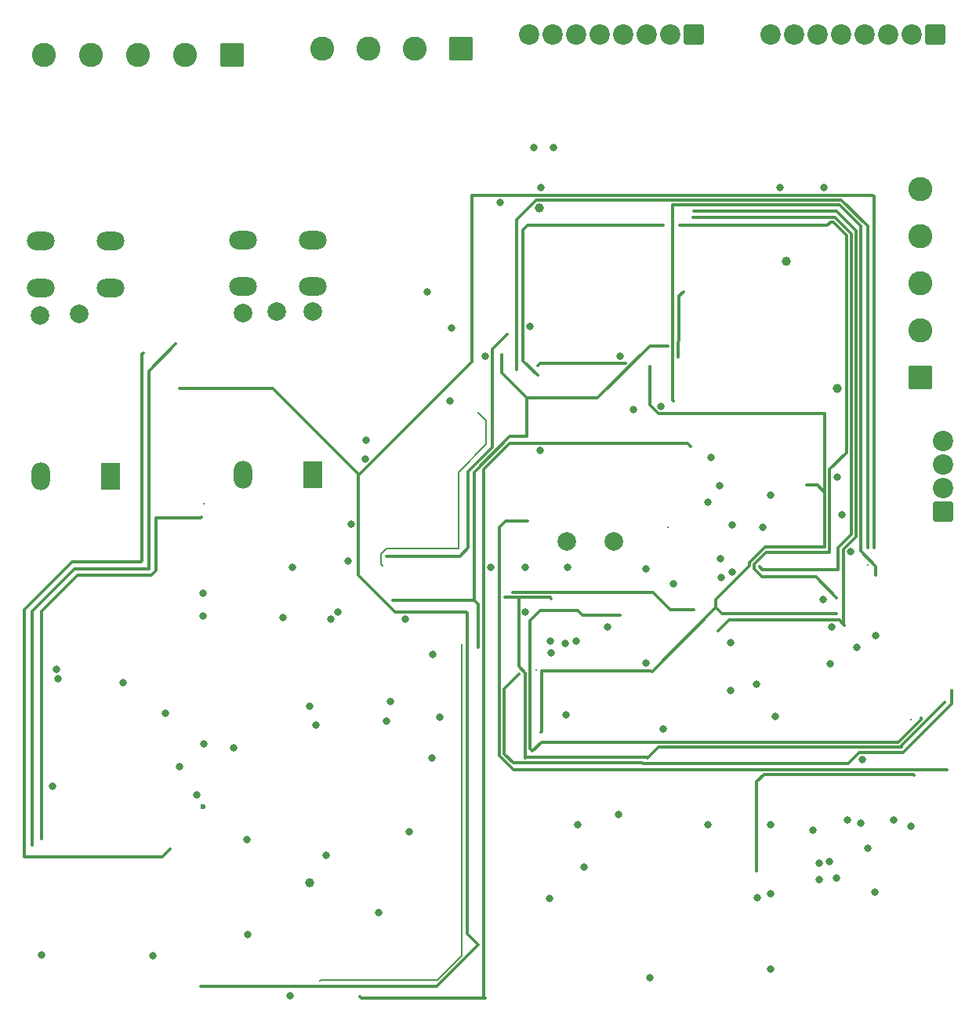
<source format=gbr>
%TF.GenerationSoftware,KiCad,Pcbnew,9.0.7-9.0.7~ubuntu24.04.1*%
%TF.CreationDate,2026-01-30T18:11:09-03:00*%
%TF.ProjectId,Main board,4d61696e-2062-46f6-9172-642e6b696361,1*%
%TF.SameCoordinates,Original*%
%TF.FileFunction,Copper,L4,Inr*%
%TF.FilePolarity,Positive*%
%FSLAX46Y46*%
G04 Gerber Fmt 4.6, Leading zero omitted, Abs format (unit mm)*
G04 Created by KiCad (PCBNEW 9.0.7-9.0.7~ubuntu24.04.1) date 2026-01-30 18:11:09*
%MOMM*%
%LPD*%
G01*
G04 APERTURE LIST*
G04 Aperture macros list*
%AMRoundRect*
0 Rectangle with rounded corners*
0 $1 Rounding radius*
0 $2 $3 $4 $5 $6 $7 $8 $9 X,Y pos of 4 corners*
0 Add a 4 corners polygon primitive as box body*
4,1,4,$2,$3,$4,$5,$6,$7,$8,$9,$2,$3,0*
0 Add four circle primitives for the rounded corners*
1,1,$1+$1,$2,$3*
1,1,$1+$1,$4,$5*
1,1,$1+$1,$6,$7*
1,1,$1+$1,$8,$9*
0 Add four rect primitives between the rounded corners*
20,1,$1+$1,$2,$3,$4,$5,0*
20,1,$1+$1,$4,$5,$6,$7,0*
20,1,$1+$1,$6,$7,$8,$9,0*
20,1,$1+$1,$8,$9,$2,$3,0*%
G04 Aperture macros list end*
%TA.AperFunction,ComponentPad*%
%ADD10O,3.000000X2.000000*%
%TD*%
%TA.AperFunction,ComponentPad*%
%ADD11R,2.000000X3.000000*%
%TD*%
%TA.AperFunction,ComponentPad*%
%ADD12O,2.000000X3.000000*%
%TD*%
%TA.AperFunction,ComponentPad*%
%ADD13RoundRect,0.249999X0.850001X0.850001X-0.850001X0.850001X-0.850001X-0.850001X0.850001X-0.850001X0*%
%TD*%
%TA.AperFunction,ComponentPad*%
%ADD14C,2.200000*%
%TD*%
%TA.AperFunction,ComponentPad*%
%ADD15RoundRect,0.249999X0.850001X-0.850001X0.850001X0.850001X-0.850001X0.850001X-0.850001X-0.850001X0*%
%TD*%
%TA.AperFunction,ComponentPad*%
%ADD16RoundRect,0.250000X1.050000X1.050000X-1.050000X1.050000X-1.050000X-1.050000X1.050000X-1.050000X0*%
%TD*%
%TA.AperFunction,ComponentPad*%
%ADD17C,2.600000*%
%TD*%
%TA.AperFunction,ComponentPad*%
%ADD18RoundRect,0.250000X1.050000X-1.050000X1.050000X1.050000X-1.050000X1.050000X-1.050000X-1.050000X0*%
%TD*%
%TA.AperFunction,ViaPad*%
%ADD19C,2.000000*%
%TD*%
%TA.AperFunction,ViaPad*%
%ADD20C,0.800000*%
%TD*%
%TA.AperFunction,ViaPad*%
%ADD21C,0.300000*%
%TD*%
%TA.AperFunction,ViaPad*%
%ADD22C,1.000000*%
%TD*%
%TA.AperFunction,ViaPad*%
%ADD23C,0.600000*%
%TD*%
%TA.AperFunction,Conductor*%
%ADD24C,0.300000*%
%TD*%
%TA.AperFunction,Conductor*%
%ADD25C,0.200000*%
%TD*%
G04 APERTURE END LIST*
D10*
%TO.N,/power selector/P_SOLAR_I*%
%TO.C,K701*%
X56700000Y-65875000D03*
%TO.N,/power selector/P_MAIN_O*%
X56700000Y-60835000D03*
%TO.N,/power selector/P_SOLAR_I*%
X49200000Y-65875000D03*
%TO.N,/power selector/P_MAIN_O*%
X49200000Y-60835000D03*
D11*
%TO.N,/power selector/C_COIL_SOL*%
X56700000Y-86175000D03*
D12*
%TO.N,+9V*%
X49200000Y-86175000D03*
%TD*%
D13*
%TO.N,/solar array deployment/C_PANEL_CLOSE_BTN_I*%
%TO.C,J108*%
X97850000Y-38705000D03*
D14*
%TO.N,GND*%
X95310000Y-38705000D03*
%TO.N,/solar array deployment/C_PANEL_OPEEN_BTN_I*%
X92770000Y-38705000D03*
%TO.N,GND*%
X90230000Y-38705000D03*
%TO.N,/solar array verification/A_PANEL_CLOSE_SENSOR_I*%
X87690000Y-38705000D03*
%TO.N,GND*%
X85150000Y-38705000D03*
%TO.N,/solar array verification/A_PANEL_OPEN_SENSOR_I*%
X82610000Y-38705000D03*
%TO.N,GND*%
X80070000Y-38705000D03*
%TD*%
D13*
%TO.N,/active filter/A_LDR_N_I*%
%TO.C,J101*%
X123985000Y-38705000D03*
D14*
%TO.N,GND*%
X121445000Y-38705000D03*
%TO.N,/active filter/A_LDR_E_I*%
X118905000Y-38705000D03*
%TO.N,GND*%
X116365000Y-38705000D03*
%TO.N,/active filter/A_LDR_S_I*%
X113825000Y-38705000D03*
%TO.N,GND*%
X111285000Y-38705000D03*
%TO.N,/active filter/A_LDR_W_I*%
X108745000Y-38705000D03*
%TO.N,GND*%
X106205000Y-38705000D03*
%TD*%
D15*
%TO.N,/thermal control/A_HTAS_I*%
%TO.C,J109*%
X124783711Y-90151799D03*
D14*
%TO.N,GND*%
X124783711Y-87611799D03*
%TO.N,/thermal control/A_LTHC_I*%
X124783711Y-85071799D03*
%TO.N,GND*%
X124783711Y-82531799D03*
%TD*%
D10*
%TO.N,/power selector/P_BATTERY_I*%
%TO.C,K702*%
X34850000Y-66025000D03*
%TO.N,/power selector/P_MAIN_O*%
X34850000Y-60985000D03*
%TO.N,/power selector/P_BATTERY_I*%
X27350000Y-66025000D03*
%TO.N,/power selector/P_MAIN_O*%
X27350000Y-60985000D03*
D11*
%TO.N,/power selector/C_COIL_BATT*%
X34850000Y-86325000D03*
D12*
%TO.N,+9V*%
X27350000Y-86325000D03*
%TD*%
D16*
%TO.N,/thermal control/A_LTHC_O*%
%TO.C,J110*%
X72750000Y-40202500D03*
D17*
%TO.N,GND*%
X67750000Y-40202500D03*
%TO.N,/solar array deployment/S_SERVO_SIGNAL_O*%
X62750000Y-40202500D03*
%TO.N,GND*%
X57750000Y-40202500D03*
%TD*%
D18*
%TO.N,+9V*%
%TO.C,J103*%
X122350000Y-75725000D03*
D17*
%TO.N,+9VA*%
X122350000Y-70645000D03*
%TO.N,-9VA*%
X122350000Y-65565000D03*
%TO.N,GND*%
X122350000Y-60485000D03*
X122350000Y-55405000D03*
%TD*%
D16*
%TO.N,/power selector/P_SOLAR_I*%
%TO.C,J105*%
X48010000Y-40907500D03*
D17*
%TO.N,GND*%
X42930000Y-40907500D03*
%TO.N,/power selector/P_MAIN_O*%
X37850000Y-40907500D03*
%TO.N,GND*%
X32770000Y-40907500D03*
%TO.N,/power selector/P_BATTERY_I*%
X27690000Y-40907500D03*
%TD*%
D19*
%TO.N,+9V*%
X89250000Y-93426000D03*
X84150000Y-93425000D03*
D20*
%TO.N,/solar array verification/A_IN+_STP_CLS*%
X106142000Y-88425000D03*
X69700000Y-105575000D03*
%TO.N,/active filter/A_LDR_N_O*%
X29200000Y-108225000D03*
X79700000Y-96175000D03*
%TO.N,/active filter/A_LDR_E_O*%
X84209281Y-96175000D03*
X29065564Y-107209436D03*
%TO.N,/active filter/A_LDR_W_O*%
X53500000Y-101575000D03*
X88550000Y-102575000D03*
%TO.N,/active filter/A_IN-_W*%
X56400000Y-111125000D03*
X57100000Y-113201000D03*
%TO.N,/active filter/A_LDR_S_O*%
X58650000Y-101775000D03*
X79700000Y-100974000D03*
%TO.N,/thermal control/L_HTAS*%
X110750000Y-124575000D03*
X106700000Y-112275000D03*
%TO.N,/thermal control/A_HTAS_O*%
X112600000Y-106575000D03*
X111853000Y-99675000D03*
X115913186Y-123756814D03*
X81238652Y-83580000D03*
X102049000Y-91625000D03*
%TO.N,/thermal control/A_LTHC_O*%
X81400000Y-55175000D03*
X117500000Y-103544425D03*
X111950000Y-55175000D03*
X107200000Y-55175000D03*
X113375668Y-86457377D03*
%TO.N,/thermal control/L_LTHC*%
X115500000Y-104825000D03*
X121350000Y-124125000D03*
%TO.N,/solar eclipse/L_ECLIPSE*%
X86000000Y-128525000D03*
X70450000Y-112325000D03*
D21*
%TO.N,/solar eclipse/C_ECLIPSE_O*%
X125700000Y-109475000D03*
X92300000Y-117275000D03*
X78950000Y-107725000D03*
X80850000Y-107275000D03*
D20*
%TO.N,/solar eclipse/L_LIGHT_N*%
X94550000Y-113625000D03*
X89700000Y-122825000D03*
D21*
%TO.N,/solar eclipse/C_LIGHT_N_O*%
X125250000Y-118025000D03*
X91300000Y-118025000D03*
X77550000Y-91175000D03*
X79950000Y-91175000D03*
%TO.N,/solar eclipse/C_LIGHT_E_O*%
X121300000Y-112575000D03*
X95100000Y-91825000D03*
X121700000Y-118625000D03*
X104650000Y-128975000D03*
D20*
%TO.N,/solar eclipse/L_LIGHT_E*%
X104750000Y-131825000D03*
X104650000Y-108825000D03*
%TO.N,/solar eclipse/L_LIGHT_S*%
X65062500Y-110675000D03*
X93100000Y-140425000D03*
D21*
%TO.N,/solar eclipse/C_LIGHT_S_O*%
X92850000Y-116775000D03*
X82450000Y-99525000D03*
X125000000Y-110725000D03*
X77500000Y-99425000D03*
D20*
%TO.N,/solar eclipse/L_LIGHT_W*%
X64700000Y-112775000D03*
X82300000Y-131875000D03*
D21*
%TO.N,/solar eclipse/C_LIGHT_W_O*%
X89900000Y-101375000D03*
X85350000Y-100875000D03*
X80450000Y-116025000D03*
X122400000Y-112475000D03*
D22*
%TO.N,/solar array deployment/S_SERVO_SIGNAL_O*%
X81172860Y-57404222D03*
X107845000Y-63125000D03*
D20*
%TO.N,/solar array deployment/L_PANEL_OPEN*%
X48150000Y-115625000D03*
X49700000Y-135825000D03*
D21*
%TO.N,/solar array deployment/C_PANEL_OPEN_LATCH_O*%
X97850000Y-100775000D03*
X95100000Y-72275000D03*
X72800000Y-104575000D03*
X65350000Y-99775000D03*
X74550000Y-104775000D03*
X77100000Y-73225000D03*
X57500000Y-140825000D03*
X78250000Y-76325000D03*
X94050000Y-99475000D03*
X78300000Y-98925000D03*
X74150000Y-97225000D03*
D20*
%TO.N,/solar array deployment/L_PANEL_CLOSE*%
X69550000Y-116725000D03*
X63800000Y-133475000D03*
D21*
%TO.N,/solar array deployment/C_PANEL_CLOSE_LATCH_O*%
X100250000Y-99625000D03*
X81000000Y-74425000D03*
X110050000Y-87325000D03*
X93350000Y-107425000D03*
X93100000Y-74525000D03*
X81350000Y-113975000D03*
X90500000Y-74175000D03*
X113300000Y-101175000D03*
%TO.N,/solar array verification/C_TR_555*%
X64650000Y-94975000D03*
X77700000Y-71025000D03*
D20*
%TO.N,/solar array verification/A_STP_OPN_O*%
X91350000Y-79125000D03*
X54550000Y-96175000D03*
%TO.N,/solar array verification/L_ALARM*%
X54300000Y-142425000D03*
X44950000Y-115225000D03*
D21*
%TO.N,/solar array verification/C_PANEL_FAILURE_O*%
X97500000Y-83175000D03*
X117550000Y-97025000D03*
X61800000Y-142525000D03*
X95650000Y-78225000D03*
%TO.N,/power selector/C_SOLAR_SELECT*%
X117300000Y-94075000D03*
X73950000Y-63875000D03*
X61000000Y-85475000D03*
X42350000Y-76875000D03*
X44600000Y-141425000D03*
%TO.N,/power selector/C_BATT_SELECT*%
X44950000Y-89325000D03*
X116671418Y-95903583D03*
X44737500Y-90775000D03*
X27400000Y-125475000D03*
D20*
%TO.N,/active filter/A_LDR_S_I*%
X42300000Y-117675000D03*
%TO.N,/active filter/A_LDR_N_I*%
X36200000Y-108625000D03*
%TO.N,/active filter/A_LDR_W_I*%
X58150000Y-127275000D03*
%TO.N,/active filter/A_LDR_E_I*%
X40825000Y-111925000D03*
D21*
%TO.N,/solar array verification/C_PANEL_CLOSED_O*%
X116650000Y-94075000D03*
X78700000Y-74825000D03*
%TO.N,/solar array verification/C_PANEL_OPEN_O*%
X81000000Y-75425000D03*
X113300000Y-99475000D03*
X96350000Y-59275000D03*
X94550000Y-59275000D03*
D19*
%TO.N,/power selector/P_BATTERY_I*%
X31450000Y-68825000D03*
D21*
X41280331Y-126605331D03*
D19*
X27250000Y-68975000D03*
D21*
X38450000Y-73025000D03*
%TO.N,/power selector/P_SOLAR_I*%
X41900000Y-72075000D03*
D19*
X56750000Y-68575000D03*
X49200000Y-68775000D03*
X52850000Y-68575000D03*
D21*
X26400000Y-126175000D03*
D20*
%TO.N,/solar array verification/A_PANEL_CLOSE_SENSOR_I*%
X82750000Y-50925000D03*
X80200000Y-70225000D03*
D21*
%TO.N,/solar array deployment/C_PANEL_OPEEN_BTN_I*%
X104950000Y-96125000D03*
X97750000Y-58425000D03*
%TO.N,/solar array deployment/C_PANEL_CLOSE_BTN_I*%
X97850000Y-57725000D03*
X100500000Y-103025000D03*
D20*
%TO.N,/solar array verification/A_PANEL_OPEN_SENSOR_I*%
X76950000Y-56825000D03*
X80600000Y-50875000D03*
%TO.N,/solar array verification/A_RST_SET_2*%
X62450000Y-82475000D03*
X62400000Y-84475000D03*
D21*
%TO.N,/solar array verification/C_R_555*%
X74612500Y-79475000D03*
X64250000Y-96025000D03*
D20*
%TO.N,/thermal control/A_BIAS_LTHC_1*%
X116047849Y-116900000D03*
X119500000Y-123425000D03*
%TO.N,/solar array deployment/A_BASE_OPN*%
X100750000Y-95225000D03*
X100800000Y-97275000D03*
%TO.N,/solar array deployment/A_BASE_CLS*%
X95700000Y-97975000D03*
X99400000Y-89175000D03*
%TO.N,/thermal control/A_BIAS_LTHC_2*%
X116700000Y-126475000D03*
X114450000Y-123425000D03*
%TO.N,/thermal control/A_SETPOINT_LTHC*%
X117450000Y-131225000D03*
X102049000Y-96650000D03*
X100649441Y-87360000D03*
X112750000Y-102625000D03*
%TO.N,/solar eclipse/A_FEEDBACK_U403A*%
X92700000Y-106526000D03*
X82450000Y-105425000D03*
%TO.N,/thermal control/A_BIAS_HTAS_2*%
X113300000Y-129725000D03*
X112545604Y-127920604D03*
%TO.N,/thermal control/A_BIAS_HTAS_1*%
X111400000Y-128125000D03*
X111400000Y-129875000D03*
%TO.N,/solar array verification/A_IN-_ASL*%
X60550000Y-95525000D03*
X94350000Y-78825000D03*
X60900000Y-91525000D03*
X59456407Y-100975000D03*
%TO.N,/solar array verification/A_RST_SET_1*%
X75350000Y-73375000D03*
X71500000Y-78225000D03*
%TO.N,/solar array verification/A_IN-_STP_CLS*%
X114797793Y-94527207D03*
X105350000Y-91875000D03*
X113850000Y-90475000D03*
X66722549Y-101775000D03*
%TO.N,/power selector/A_SETPOINT_BATTERY*%
X71700000Y-70325000D03*
X49621469Y-125525000D03*
%TO.N,/solar eclipse/A_SETPOINT_LDR_N*%
X85350000Y-123925000D03*
X75950000Y-96175000D03*
X44900000Y-101425000D03*
X44900000Y-98975000D03*
%TO.N,/solar eclipse/A_SETPOINT_LDR_S*%
X82399000Y-104175000D03*
X84051000Y-112125000D03*
%TO.N,/solar eclipse/A_SETPOINT_LDR_W*%
X101850000Y-109475000D03*
X85150000Y-104175000D03*
X101850000Y-104275000D03*
X99400000Y-123925000D03*
D23*
%TO.N,/power selector/A_SETPOINT_SOLAR*%
X44850000Y-121975000D03*
D20*
X69050000Y-66425000D03*
D21*
%TO.N,/solar array deployment/C_PWM_FREQ_LEVEL*%
X96800000Y-66425000D03*
X96150000Y-73475000D03*
D20*
%TO.N,/thermal control/A_SETPOINT_HTAS*%
X99760666Y-84362500D03*
X84000000Y-104425000D03*
X106142000Y-123925000D03*
X92695524Y-96320524D03*
X106200000Y-131376000D03*
X106200000Y-139525000D03*
D22*
%TO.N,/solar array deployment/S_SERVO_PREFILTER_O*%
X56350000Y-130177000D03*
X113372793Y-76847793D03*
D20*
%TO.N,/solar array deployment/A_SETPOINT_CLOSE*%
X89900000Y-73425000D03*
X67100000Y-124725000D03*
%TO.N,/power selector/L_SOLAR_SELECT*%
X27450000Y-138025000D03*
X28600000Y-119775000D03*
%TO.N,/power selector/L_BATT_SELECT*%
X44200000Y-120775000D03*
X39450000Y-138075000D03*
%TD*%
D24*
%TO.N,/solar eclipse/C_ECLIPSE_O*%
X92300000Y-117275000D02*
X92401000Y-117376000D01*
X125700000Y-110925000D02*
X125700000Y-109475000D01*
X78358520Y-117275000D02*
X77400000Y-116316480D01*
X114509774Y-117376000D02*
X115760774Y-116125000D01*
X115760774Y-116125000D02*
X120500000Y-116125000D01*
X92300000Y-117275000D02*
X78358520Y-117275000D01*
X120500000Y-116125000D02*
X125700000Y-110925000D01*
X77400000Y-116316480D02*
X77400000Y-109275000D01*
X77400000Y-109275000D02*
X78950000Y-107725000D01*
X92401000Y-117376000D02*
X114509774Y-117376000D01*
%TO.N,/solar eclipse/C_LIGHT_N_O*%
X78400000Y-118025000D02*
X76899000Y-116524000D01*
X91300000Y-118025000D02*
X125250000Y-118025000D01*
X76899000Y-116524000D02*
X76899000Y-91826000D01*
X76899000Y-91826000D02*
X77550000Y-91175000D01*
X77550000Y-91175000D02*
X79950000Y-91175000D01*
X91300000Y-118025000D02*
X78400000Y-118025000D01*
%TO.N,/solar eclipse/C_LIGHT_E_O*%
X104650000Y-128975000D02*
X104650000Y-119325000D01*
X121601000Y-118526000D02*
X121700000Y-118625000D01*
X105449000Y-118526000D02*
X121601000Y-118526000D01*
X104650000Y-119325000D02*
X105449000Y-118526000D01*
%TO.N,/solar eclipse/C_LIGHT_S_O*%
X92850000Y-116775000D02*
X92749000Y-116674000D01*
X92850000Y-116775000D02*
X94054260Y-115570740D01*
X79000000Y-99425000D02*
X82350000Y-99425000D01*
X79800000Y-116674000D02*
X79700000Y-116774000D01*
X79700000Y-107627057D02*
X78949000Y-106876057D01*
X77500000Y-99425000D02*
X79000000Y-99425000D01*
X120345740Y-115379260D02*
X125000000Y-110725000D01*
X79700000Y-116774000D02*
X79700000Y-107627057D01*
X94054260Y-115570740D02*
X120345740Y-115570740D01*
X120345740Y-115570740D02*
X120345740Y-115379260D01*
X92749000Y-116674000D02*
X79800000Y-116674000D01*
X82350000Y-99425000D02*
X82450000Y-99525000D01*
X78949000Y-106876057D02*
X78949000Y-99476000D01*
X78949000Y-99476000D02*
X79000000Y-99425000D01*
%TO.N,/solar eclipse/C_LIGHT_W_O*%
X122400000Y-112616480D02*
X119946739Y-115069740D01*
X80450000Y-116025000D02*
X80201000Y-115776000D01*
X89900000Y-101375000D02*
X85850000Y-101375000D01*
X80201000Y-101974000D02*
X81300000Y-100875000D01*
X119946739Y-115069740D02*
X81405260Y-115069740D01*
X81300000Y-100875000D02*
X85350000Y-100875000D01*
X122400000Y-112475000D02*
X122400000Y-112616480D01*
X80201000Y-115776000D02*
X80201000Y-101974000D01*
X85850000Y-101375000D02*
X85350000Y-100875000D01*
X81405260Y-115069740D02*
X80450000Y-116025000D01*
D25*
%TO.N,/solar array deployment/C_PANEL_OPEN_LATCH_O*%
X57650000Y-140675000D02*
X70212190Y-140675000D01*
D24*
X74150000Y-97225000D02*
X74150000Y-85916480D01*
X74150000Y-99775000D02*
X74150000Y-97225000D01*
X74150000Y-99775000D02*
X65350000Y-99775000D01*
D25*
X57500000Y-140825000D02*
X57650000Y-140675000D01*
D24*
X95350000Y-100775000D02*
X94475000Y-99900000D01*
X94475000Y-99900000D02*
X94050000Y-99475000D01*
X95100000Y-72275000D02*
X93108521Y-72275000D01*
X74550000Y-100175000D02*
X74150000Y-99775000D01*
D25*
X70212190Y-140675000D02*
X72800000Y-138087190D01*
D24*
X79850000Y-82075000D02*
X79850000Y-77925000D01*
X94475000Y-99900000D02*
X93500000Y-98925000D01*
X78250000Y-76325000D02*
X77100000Y-75175000D01*
X74550000Y-104775000D02*
X74550000Y-100175000D01*
D25*
X72800000Y-138087190D02*
X72800000Y-104575000D01*
D24*
X87458521Y-77925000D02*
X79850000Y-77925000D01*
X93500000Y-98925000D02*
X78300000Y-98925000D01*
X93108521Y-72275000D02*
X87458521Y-77925000D01*
X74150000Y-85916480D02*
X77991480Y-82075000D01*
X97850000Y-100775000D02*
X95350000Y-100775000D01*
X77991480Y-82075000D02*
X79850000Y-82075000D01*
X79850000Y-77925000D02*
X78250000Y-76325000D01*
X77100000Y-75175000D02*
X77100000Y-73225000D01*
%TO.N,/solar array deployment/C_PANEL_CLOSE_LATCH_O*%
X112050000Y-88125000D02*
X111250000Y-87325000D01*
X93100000Y-78637075D02*
X93100000Y-74525000D01*
X93250000Y-107325000D02*
X93350000Y-107425000D01*
X111699000Y-79626000D02*
X94088925Y-79626000D01*
X111250000Y-87325000D02*
X110050000Y-87325000D01*
X100250000Y-100525000D02*
X100250000Y-99625000D01*
X100250000Y-99625000D02*
X103848000Y-96027000D01*
X100900000Y-101175000D02*
X100250000Y-100525000D01*
X103848000Y-96027000D02*
X103848000Y-95668537D01*
X105541537Y-93975000D02*
X112050000Y-93975000D01*
X81250000Y-74175000D02*
X81000000Y-74425000D01*
X81451000Y-107325000D02*
X93250000Y-107325000D01*
X112000000Y-79575000D02*
X112050000Y-79625000D01*
X93350000Y-107425000D02*
X100250000Y-100525000D01*
X103848000Y-95668537D02*
X105541537Y-93975000D01*
X112050000Y-88125000D02*
X112050000Y-79625000D01*
X81451000Y-113874000D02*
X81451000Y-107325000D01*
X113300000Y-101175000D02*
X100900000Y-101175000D01*
X111750000Y-79575000D02*
X112000000Y-79575000D01*
X81350000Y-113975000D02*
X81451000Y-113874000D01*
X94088925Y-79626000D02*
X93100000Y-78637075D01*
X90500000Y-74175000D02*
X81250000Y-74175000D01*
X112050000Y-93975000D02*
X112050000Y-88125000D01*
X111699000Y-79626000D02*
X111750000Y-79575000D01*
%TO.N,/solar array verification/C_TR_555*%
X76101000Y-83256960D02*
X73500000Y-85857960D01*
X76101000Y-72624000D02*
X76101000Y-83256960D01*
X77700000Y-71025000D02*
X76101000Y-72624000D01*
X72600000Y-94975000D02*
X64650000Y-94975000D01*
X73500000Y-94075000D02*
X72600000Y-94975000D01*
X73500000Y-85857960D02*
X73500000Y-94075000D01*
%TO.N,/solar array verification/C_PANEL_FAILURE_O*%
X113592480Y-57027000D02*
X95600000Y-57027000D01*
X97500000Y-83175000D02*
X97154000Y-82829000D01*
X61950000Y-142675000D02*
X61800000Y-142525000D01*
X115900000Y-94425057D02*
X115900000Y-59334520D01*
X95600000Y-57027000D02*
X95600000Y-78175000D01*
X95600000Y-78175000D02*
X95650000Y-78225000D01*
X75199000Y-85576000D02*
X77946000Y-82829000D01*
X75199000Y-142524000D02*
X75350000Y-142675000D01*
X97154000Y-82829000D02*
X77946000Y-82829000D01*
X117550000Y-96075057D02*
X115900000Y-94425057D01*
X117550000Y-97025000D02*
X117550000Y-96075057D01*
X75350000Y-142675000D02*
X61950000Y-142675000D01*
X75199000Y-85576000D02*
X75199000Y-142524000D01*
X115900000Y-59334520D02*
X113592480Y-57027000D01*
%TO.N,/power selector/C_SOLAR_SELECT*%
X61475000Y-85950000D02*
X61000000Y-85475000D01*
X61651000Y-86126000D02*
X61475000Y-85950000D01*
X73400000Y-135725000D02*
X73400000Y-101075000D01*
X74600000Y-136925000D02*
X73400000Y-135725000D01*
X73950000Y-73987075D02*
X73950000Y-63875000D01*
X73349000Y-101024000D02*
X65609075Y-101024000D01*
X73950000Y-56025000D02*
X73950000Y-63875000D01*
X61651000Y-86126000D02*
X61811075Y-86126000D01*
X44600000Y-141425000D02*
X70100000Y-141425000D01*
X70100000Y-141425000D02*
X74600000Y-136925000D01*
X65609075Y-101024000D02*
X61651000Y-97065925D01*
X52400000Y-76875000D02*
X42350000Y-76875000D01*
X61811075Y-86126000D02*
X73950000Y-73987075D01*
X61475000Y-85950000D02*
X52400000Y-76875000D01*
X117300000Y-56175000D02*
X117150000Y-56025000D01*
X117300000Y-94075000D02*
X117300000Y-56175000D01*
X73400000Y-101075000D02*
X73349000Y-101024000D01*
X61651000Y-97065925D02*
X61651000Y-86126000D01*
X117150000Y-56025000D02*
X73950000Y-56025000D01*
%TO.N,/power selector/C_BATT_SELECT*%
X31290364Y-97026000D02*
X39290364Y-97026000D01*
X39800000Y-96516364D02*
X39800000Y-90875000D01*
X39800000Y-90875000D02*
X44637500Y-90875000D01*
X27400000Y-100916364D02*
X31290364Y-97026000D01*
X44637500Y-90875000D02*
X44737500Y-90775000D01*
X39290364Y-97026000D02*
X39800000Y-96516364D01*
X27400000Y-125475000D02*
X27400000Y-100916364D01*
%TO.N,/solar array verification/C_PANEL_CLOSED_O*%
X78700000Y-58675000D02*
X80849000Y-56526000D01*
X116650000Y-94075000D02*
X116650000Y-59376000D01*
X78700000Y-58675000D02*
X78700000Y-74825000D01*
X116650000Y-59376000D02*
X113800000Y-56526000D01*
X80849000Y-56526000D02*
X113800000Y-56526000D01*
%TO.N,/solar array verification/C_PANEL_OPEN_O*%
X114397000Y-83778000D02*
X114397000Y-60380520D01*
X94550000Y-59275000D02*
X79950000Y-59275000D01*
X79449000Y-59776000D02*
X79950000Y-59275000D01*
X104349000Y-96373943D02*
X104349000Y-95876057D01*
X112650000Y-58926000D02*
X112301000Y-59275000D01*
X105200057Y-97225000D02*
X104349000Y-96373943D01*
X112550000Y-94575000D02*
X112550000Y-85625000D01*
X105650057Y-94575000D02*
X112550000Y-94575000D01*
X113300000Y-99475000D02*
X111050000Y-97225000D01*
X79449000Y-73874000D02*
X81000000Y-75425000D01*
X112942480Y-58926000D02*
X112650000Y-58926000D01*
X114397000Y-60380520D02*
X112942480Y-58926000D01*
X111050000Y-97225000D02*
X105200057Y-97225000D01*
X104349000Y-95876057D02*
X105650057Y-94575000D01*
X79449000Y-59776000D02*
X79449000Y-73874000D01*
X112301000Y-59275000D02*
X96350000Y-59275000D01*
X112550000Y-85625000D02*
X114397000Y-83778000D01*
%TO.N,/power selector/P_BATTERY_I*%
X25600000Y-100733636D02*
X25600000Y-127425000D01*
X30709636Y-95624000D02*
X38201000Y-95624000D01*
X38299000Y-73176000D02*
X38299000Y-95526000D01*
X30709636Y-95624000D02*
X25600000Y-100733636D01*
X38450000Y-73025000D02*
X38299000Y-73176000D01*
X38299000Y-95526000D02*
X38201000Y-95624000D01*
X25600000Y-127425000D02*
X40460662Y-127425000D01*
X40460662Y-127425000D02*
X41280331Y-126605331D01*
%TO.N,/power selector/P_SOLAR_I*%
X39000000Y-74975000D02*
X39000000Y-96325000D01*
X26400000Y-100925000D02*
X31000000Y-96325000D01*
X41900000Y-72075000D02*
X39000000Y-74975000D01*
X26400000Y-100925000D02*
X26400000Y-126175000D01*
X39000000Y-96325000D02*
X31000000Y-96325000D01*
%TO.N,/solar array deployment/C_PANEL_OPEEN_BTN_I*%
X114898000Y-60173000D02*
X114898000Y-92656405D01*
X113150000Y-58425000D02*
X114898000Y-60173000D01*
X113450000Y-94104405D02*
X114898000Y-92656405D01*
X113450000Y-96425000D02*
X105250000Y-96425000D01*
X113450000Y-94104405D02*
X113450000Y-96425000D01*
X97750000Y-58425000D02*
X113150000Y-58425000D01*
X105250000Y-96425000D02*
X104950000Y-96125000D01*
%TO.N,/solar array deployment/C_PANEL_CLOSE_BTN_I*%
X113600000Y-101875000D02*
X101650000Y-101875000D01*
X115399000Y-59824000D02*
X115399000Y-92863925D01*
X114046793Y-102321793D02*
X114150000Y-102425000D01*
X114046793Y-94216132D02*
X114046793Y-102321793D01*
X97850000Y-57725000D02*
X113300000Y-57725000D01*
X115399000Y-92863925D02*
X114046793Y-94216132D01*
X113300000Y-57725000D02*
X115399000Y-59824000D01*
X101650000Y-101875000D02*
X100500000Y-103025000D01*
X114150000Y-102425000D02*
X113600000Y-101875000D01*
D25*
%TO.N,/solar array verification/C_R_555*%
X64099000Y-94746768D02*
X64670768Y-94175000D01*
X75450000Y-82925000D02*
X75450000Y-80312500D01*
X75450000Y-80312500D02*
X74612500Y-79475000D01*
X72450000Y-94175000D02*
X72450000Y-85925000D01*
X64099000Y-95874000D02*
X64099000Y-94746768D01*
X72450000Y-85925000D02*
X75450000Y-82925000D01*
X64250000Y-96025000D02*
X64099000Y-95874000D01*
X64670768Y-94175000D02*
X72450000Y-94175000D01*
D24*
%TO.N,/solar array deployment/C_PWM_FREQ_LEVEL*%
X96300000Y-66925000D02*
X96800000Y-66425000D01*
X96150000Y-73475000D02*
X96150000Y-71875000D01*
X96300000Y-71725000D02*
X96300000Y-66925000D01*
X96150000Y-71875000D02*
X96300000Y-71725000D01*
%TD*%
M02*

</source>
